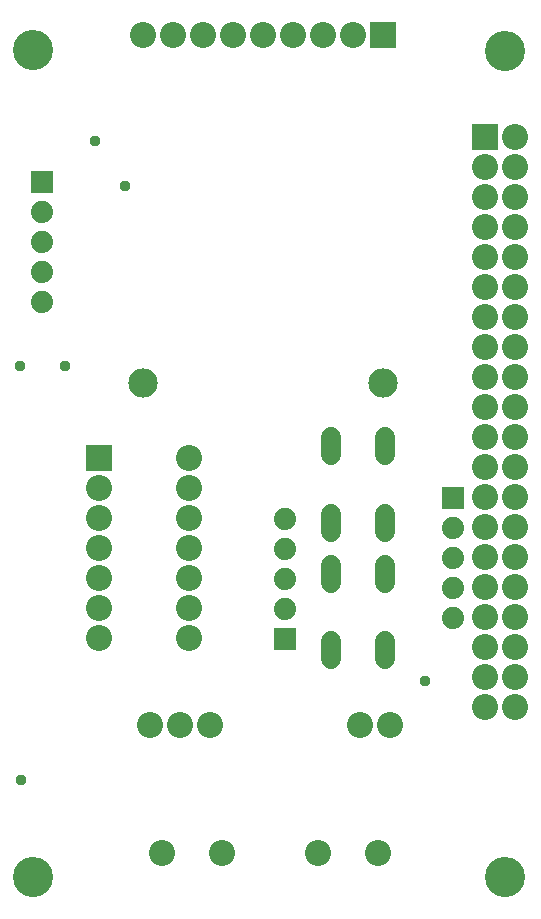
<source format=gbr>
G04 EAGLE Gerber RS-274X export*
G75*
%MOMM*%
%FSLAX34Y34*%
%LPD*%
%INSoldermask Bottom*%
%IPPOS*%
%AMOC8*
5,1,8,0,0,1.08239X$1,22.5*%
G01*
%ADD10C,2.203200*%
%ADD11C,3.403200*%
%ADD12C,1.727200*%
%ADD13R,1.879600X1.879600*%
%ADD14C,1.879600*%
%ADD15R,2.203200X2.203200*%
%ADD16C,2.489200*%
%ADD17C,0.959600*%


D10*
X290619Y70100D03*
X341419Y70100D03*
X158521Y70100D03*
X209321Y70100D03*
X351790Y179070D03*
X326390Y179070D03*
X199390Y179070D03*
X173990Y179070D03*
X148590Y179070D03*
D11*
X49200Y750000D03*
X49200Y50000D03*
X449200Y50000D03*
X449200Y749200D03*
D12*
X347091Y314452D02*
X347091Y299212D01*
X301879Y299212D02*
X301879Y314452D01*
X347091Y249428D02*
X347091Y234188D01*
X301879Y234188D02*
X301879Y249428D01*
D13*
X57150Y638810D03*
D14*
X57150Y613410D03*
X57150Y588010D03*
X57150Y562610D03*
X57150Y537210D03*
D13*
X262890Y251714D03*
D14*
X262890Y277114D03*
X262890Y302514D03*
X262890Y327914D03*
X262890Y353314D03*
D13*
X405130Y370840D03*
D14*
X405130Y345440D03*
X405130Y320040D03*
X405130Y294640D03*
X405130Y269240D03*
D15*
X431800Y676910D03*
D10*
X457200Y676910D03*
X431800Y651510D03*
X457200Y651510D03*
X431800Y626110D03*
X457200Y626110D03*
X431800Y600710D03*
X457200Y600710D03*
X431800Y575310D03*
X457200Y575310D03*
X431800Y549910D03*
X457200Y549910D03*
X431800Y524510D03*
X457200Y524510D03*
X431800Y499110D03*
X457200Y499110D03*
X431800Y473710D03*
X457200Y473710D03*
X431800Y448310D03*
X457200Y448310D03*
X431800Y422910D03*
X457200Y422910D03*
X431800Y397510D03*
X457200Y397510D03*
X431800Y372110D03*
X457200Y372110D03*
X431800Y346710D03*
X457200Y346710D03*
X431800Y321310D03*
X457200Y321310D03*
X431800Y295910D03*
X457200Y295910D03*
X431800Y270510D03*
X457200Y270510D03*
X431800Y245110D03*
X457200Y245110D03*
X431800Y219710D03*
X457200Y219710D03*
X431800Y194310D03*
X457200Y194310D03*
X320040Y763270D03*
X294640Y763270D03*
X269240Y763270D03*
X243840Y763270D03*
X218440Y763270D03*
X193040Y763270D03*
X167640Y763270D03*
X142240Y763270D03*
D15*
X345440Y763270D03*
D16*
X345440Y468630D03*
X142240Y468630D03*
D10*
X105410Y252730D03*
X105410Y278130D03*
X105410Y303530D03*
X105410Y328930D03*
X105410Y354330D03*
X105410Y379730D03*
D15*
X105410Y405130D03*
D10*
X181610Y252730D03*
X181610Y278130D03*
X181610Y303530D03*
X181610Y328930D03*
X181610Y354330D03*
X181610Y379730D03*
X181610Y405130D03*
D12*
X347091Y407162D02*
X347091Y422402D01*
X301879Y422402D02*
X301879Y407162D01*
X347091Y357378D02*
X347091Y342138D01*
X301879Y342138D02*
X301879Y357378D01*
D17*
X76200Y482600D03*
X38100Y482600D03*
X381000Y215900D03*
X101600Y673100D03*
X127000Y635000D03*
X39370Y132080D03*
M02*

</source>
